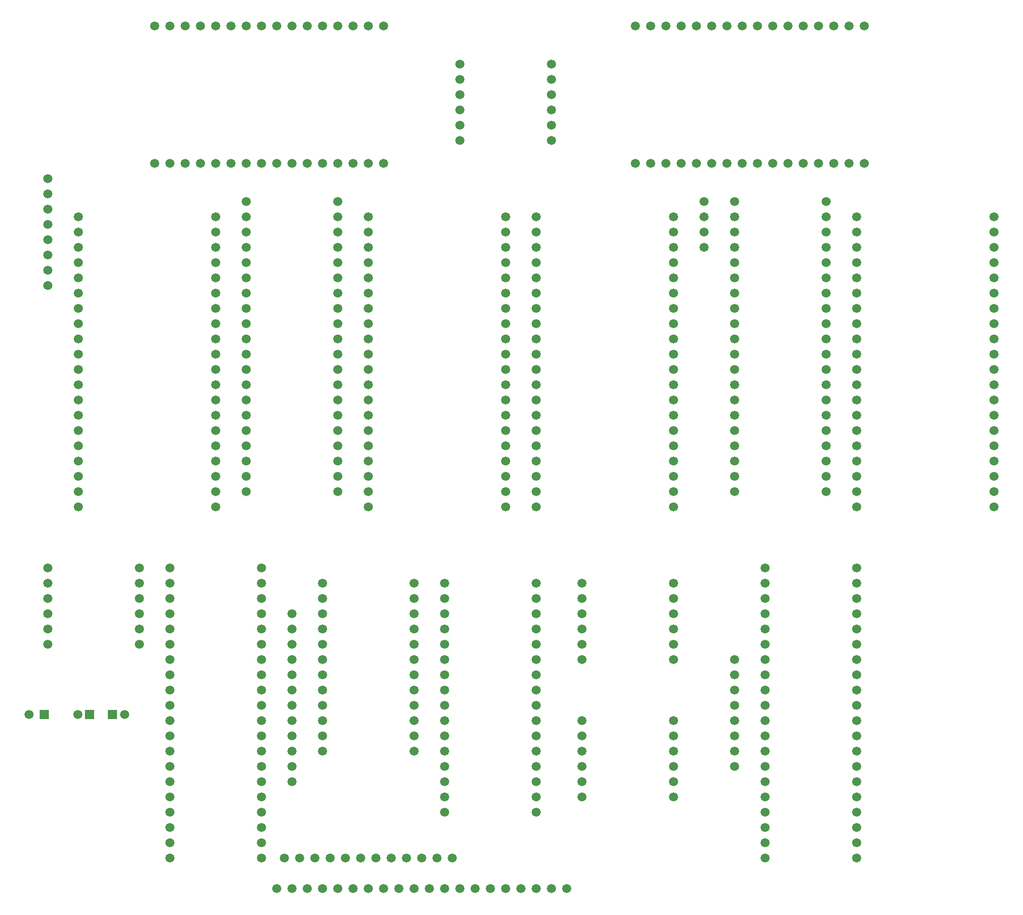
<source format=gbs>
%TF.GenerationSoftware,KiCad,Pcbnew,9.0.7-9.0.7~ubuntu24.04.1*%
%TF.CreationDate,2026-01-19T16:14:06+02:00*%
%TF.ProjectId,Coprocessor Board - Additional,436f7072-6f63-4657-9373-6f7220426f61,V0*%
%TF.SameCoordinates,Original*%
%TF.FileFunction,Soldermask,Bot*%
%TF.FilePolarity,Negative*%
%FSLAX46Y46*%
G04 Gerber Fmt 4.6, Leading zero omitted, Abs format (unit mm)*
G04 Created by KiCad (PCBNEW 9.0.7-9.0.7~ubuntu24.04.1) date 2026-01-19 16:14:06*
%MOMM*%
%LPD*%
G01*
G04 APERTURE LIST*
%ADD10C,1.500000*%
%ADD11R,1.500000X1.500000*%
G04 APERTURE END LIST*
D10*
%TO.C,B1*%
X127000000Y147320000D03*
X127000000Y144780000D03*
X127000000Y142240000D03*
X127000000Y139700000D03*
X127000000Y137160000D03*
X127000000Y134620000D03*
X111760000Y134620000D03*
X111760000Y137160000D03*
X111760000Y139700000D03*
X111760000Y142240000D03*
X111760000Y144780000D03*
X111760000Y147320000D03*
%TD*%
%TO.C,B29*%
X60960000Y153670000D03*
X63500000Y153670000D03*
X66040000Y153670000D03*
X68580000Y153670000D03*
X71120000Y153670000D03*
X73660000Y153670000D03*
X76200000Y153670000D03*
X78740000Y153670000D03*
X81280000Y153670000D03*
X83820000Y153670000D03*
X86360000Y153670000D03*
X88900000Y153670000D03*
X91440000Y153670000D03*
X93980000Y153670000D03*
X96520000Y153670000D03*
X99060000Y153670000D03*
X99060000Y130810000D03*
X96520000Y130810000D03*
X93980000Y130810000D03*
X91440000Y130810000D03*
X88900000Y130810000D03*
X86360000Y130810000D03*
X83820000Y130810000D03*
X81280000Y130810000D03*
X78740000Y130810000D03*
X76200000Y130810000D03*
X73660000Y130810000D03*
X71120000Y130810000D03*
X68580000Y130810000D03*
X66040000Y130810000D03*
X63500000Y130810000D03*
X60960000Y130810000D03*
%TD*%
%TO.C,B27*%
X91440000Y124460000D03*
X91440000Y121920000D03*
X91440000Y119380000D03*
X91440000Y116840000D03*
X91440000Y114300000D03*
X91440000Y111760000D03*
X91440000Y109220000D03*
X91440000Y106680000D03*
X91440000Y104140000D03*
X91440000Y101600000D03*
X91440000Y99060000D03*
X91440000Y96520000D03*
X91440000Y93980000D03*
X91440000Y91440000D03*
X91440000Y88900000D03*
X91440000Y86360000D03*
X91440000Y83820000D03*
X91440000Y81280000D03*
X91440000Y78740000D03*
X91440000Y76200000D03*
X76200000Y76200000D03*
X76200000Y78740000D03*
X76200000Y81280000D03*
X76200000Y83820000D03*
X76200000Y86360000D03*
X76200000Y88900000D03*
X76200000Y91440000D03*
X76200000Y93980000D03*
X76200000Y96520000D03*
X76200000Y99060000D03*
X76200000Y101600000D03*
X76200000Y104140000D03*
X76200000Y106680000D03*
X76200000Y109220000D03*
X76200000Y111760000D03*
X76200000Y114300000D03*
X76200000Y116840000D03*
X76200000Y119380000D03*
X76200000Y121920000D03*
X76200000Y124460000D03*
%TD*%
%TO.C,C4*%
X48133000Y39105000D03*
D11*
X50133000Y39105000D03*
%TD*%
D10*
%TO.C,B24*%
X71120000Y121920000D03*
X71120000Y119380000D03*
X71120000Y116840000D03*
X71120000Y114300000D03*
X71120000Y111760000D03*
X71120000Y109220000D03*
X71120000Y106680000D03*
X71120000Y104140000D03*
X71120000Y101600000D03*
X71120000Y99060000D03*
X71120000Y96520000D03*
X71120000Y93980000D03*
X71120000Y91440000D03*
X71120000Y88900000D03*
X71120000Y86360000D03*
X71120000Y83820000D03*
X71120000Y81280000D03*
X71120000Y78740000D03*
X71120000Y76200000D03*
X71120000Y73660000D03*
X48260000Y73660000D03*
X48260000Y76200000D03*
X48260000Y78740000D03*
X48260000Y81280000D03*
X48260000Y83820000D03*
X48260000Y86360000D03*
X48260000Y88900000D03*
X48260000Y91440000D03*
X48260000Y93980000D03*
X48260000Y96520000D03*
X48260000Y99060000D03*
X48260000Y101600000D03*
X48260000Y104140000D03*
X48260000Y106680000D03*
X48260000Y109220000D03*
X48260000Y111760000D03*
X48260000Y114300000D03*
X48260000Y116840000D03*
X48260000Y119380000D03*
X48260000Y121920000D03*
%TD*%
%TO.C,LED1*%
X40005000Y39116000D03*
D11*
X42545000Y39116000D03*
%TD*%
D10*
%TO.C,B36*%
X147320000Y60960000D03*
X147320000Y58420000D03*
X147320000Y55880000D03*
X147320000Y53340000D03*
X147320000Y50800000D03*
X147320000Y48260000D03*
X132080000Y48260000D03*
X132080000Y50800000D03*
X132080000Y53340000D03*
X132080000Y55880000D03*
X132080000Y58420000D03*
X132080000Y60960000D03*
%TD*%
%TO.C,B28*%
X119380000Y121920000D03*
X119380000Y119380000D03*
X119380000Y116840000D03*
X119380000Y114300000D03*
X119380000Y111760000D03*
X119380000Y109220000D03*
X119380000Y106680000D03*
X119380000Y104140000D03*
X119380000Y101600000D03*
X119380000Y99060000D03*
X119380000Y96520000D03*
X119380000Y93980000D03*
X119380000Y91440000D03*
X119380000Y88900000D03*
X119380000Y86360000D03*
X119380000Y83820000D03*
X119380000Y81280000D03*
X119380000Y78740000D03*
X119380000Y76200000D03*
X119380000Y73660000D03*
X96520000Y73660000D03*
X96520000Y76200000D03*
X96520000Y78740000D03*
X96520000Y81280000D03*
X96520000Y83820000D03*
X96520000Y86360000D03*
X96520000Y88900000D03*
X96520000Y91440000D03*
X96520000Y93980000D03*
X96520000Y96520000D03*
X96520000Y99060000D03*
X96520000Y101600000D03*
X96520000Y104140000D03*
X96520000Y106680000D03*
X96520000Y109220000D03*
X96520000Y111760000D03*
X96520000Y114300000D03*
X96520000Y116840000D03*
X96520000Y119380000D03*
X96520000Y121920000D03*
%TD*%
%TO.C,B22*%
X200660000Y121920000D03*
X200660000Y119380000D03*
X200660000Y116840000D03*
X200660000Y114300000D03*
X200660000Y111760000D03*
X200660000Y109220000D03*
X200660000Y106680000D03*
X200660000Y104140000D03*
X200660000Y101600000D03*
X200660000Y99060000D03*
X200660000Y96520000D03*
X200660000Y93980000D03*
X200660000Y91440000D03*
X200660000Y88900000D03*
X200660000Y86360000D03*
X200660000Y83820000D03*
X200660000Y81280000D03*
X200660000Y78740000D03*
X200660000Y76200000D03*
X200660000Y73660000D03*
X177800000Y73660000D03*
X177800000Y76200000D03*
X177800000Y78740000D03*
X177800000Y81280000D03*
X177800000Y83820000D03*
X177800000Y86360000D03*
X177800000Y88900000D03*
X177800000Y91440000D03*
X177800000Y93980000D03*
X177800000Y96520000D03*
X177800000Y99060000D03*
X177800000Y101600000D03*
X177800000Y104140000D03*
X177800000Y106680000D03*
X177800000Y109220000D03*
X177800000Y111760000D03*
X177800000Y114300000D03*
X177800000Y116840000D03*
X177800000Y119380000D03*
X177800000Y121920000D03*
%TD*%
%TO.C,C3*%
X55943000Y39105000D03*
D11*
X53943000Y39105000D03*
%TD*%
D10*
%TO.C,B26*%
X78740000Y63500000D03*
X78740000Y60960000D03*
X78740000Y58420000D03*
X78740000Y55880000D03*
X78740000Y53340000D03*
X78740000Y50800000D03*
X78740000Y48260000D03*
X78740000Y45720000D03*
X78740000Y43180000D03*
X78740000Y40640000D03*
X78740000Y38100000D03*
X78740000Y35560000D03*
X78740000Y33020000D03*
X78740000Y30480000D03*
X78740000Y27940000D03*
X78740000Y25400000D03*
X78740000Y22860000D03*
X78740000Y20320000D03*
X78740000Y17780000D03*
X78740000Y15240000D03*
X63500000Y15240000D03*
X63500000Y17780000D03*
X63500000Y20320000D03*
X63500000Y22860000D03*
X63500000Y25400000D03*
X63500000Y27940000D03*
X63500000Y30480000D03*
X63500000Y33020000D03*
X63500000Y35560000D03*
X63500000Y38100000D03*
X63500000Y40640000D03*
X63500000Y43180000D03*
X63500000Y45720000D03*
X63500000Y48260000D03*
X63500000Y50800000D03*
X63500000Y53340000D03*
X63500000Y55880000D03*
X63500000Y58420000D03*
X63500000Y60960000D03*
X63500000Y63500000D03*
%TD*%
%TO.C,B23*%
X140970000Y153670000D03*
X143510000Y153670000D03*
X146050000Y153670000D03*
X148590000Y153670000D03*
X151130000Y153670000D03*
X153670000Y153670000D03*
X156210000Y153670000D03*
X158750000Y153670000D03*
X161290000Y153670000D03*
X163830000Y153670000D03*
X166370000Y153670000D03*
X168910000Y153670000D03*
X171450000Y153670000D03*
X173990000Y153670000D03*
X176530000Y153670000D03*
X179070000Y153670000D03*
X179070000Y130810000D03*
X176530000Y130810000D03*
X173990000Y130810000D03*
X171450000Y130810000D03*
X168910000Y130810000D03*
X166370000Y130810000D03*
X163830000Y130810000D03*
X161290000Y130810000D03*
X158750000Y130810000D03*
X156210000Y130810000D03*
X153670000Y130810000D03*
X151130000Y130810000D03*
X148590000Y130810000D03*
X146050000Y130810000D03*
X143510000Y130810000D03*
X140970000Y130810000D03*
%TD*%
%TO.C,B20*%
X177800000Y63500000D03*
X177800000Y60960000D03*
X177800000Y58420000D03*
X177800000Y55880000D03*
X177800000Y53340000D03*
X177800000Y50800000D03*
X177800000Y48260000D03*
X177800000Y45720000D03*
X177800000Y43180000D03*
X177800000Y40640000D03*
X177800000Y38100000D03*
X177800000Y35560000D03*
X177800000Y33020000D03*
X177800000Y30480000D03*
X177800000Y27940000D03*
X177800000Y25400000D03*
X177800000Y22860000D03*
X177800000Y20320000D03*
X177800000Y17780000D03*
X177800000Y15240000D03*
X162560000Y15240000D03*
X162560000Y17780000D03*
X162560000Y20320000D03*
X162560000Y22860000D03*
X162560000Y25400000D03*
X162560000Y27940000D03*
X162560000Y30480000D03*
X162560000Y33020000D03*
X162560000Y35560000D03*
X162560000Y38100000D03*
X162560000Y40640000D03*
X162560000Y43180000D03*
X162560000Y45720000D03*
X162560000Y48260000D03*
X162560000Y50800000D03*
X162560000Y53340000D03*
X162560000Y55880000D03*
X162560000Y58420000D03*
X162560000Y60960000D03*
X162560000Y63500000D03*
%TD*%
%TO.C,B35*%
X104140000Y60960000D03*
X104140000Y58420000D03*
X104140000Y55880000D03*
X104140000Y53340000D03*
X104140000Y50800000D03*
X104140000Y48260000D03*
X104140000Y45720000D03*
X104140000Y43180000D03*
X104140000Y40640000D03*
X104140000Y38100000D03*
X104140000Y35560000D03*
X104140000Y33020000D03*
X88900000Y33020000D03*
X88900000Y35560000D03*
X88900000Y38100000D03*
X88900000Y40640000D03*
X88900000Y43180000D03*
X88900000Y45720000D03*
X88900000Y48260000D03*
X88900000Y50800000D03*
X88900000Y53340000D03*
X88900000Y55880000D03*
X88900000Y58420000D03*
X88900000Y60960000D03*
%TD*%
%TO.C,B21*%
X172720000Y124460000D03*
X172720000Y121920000D03*
X172720000Y119380000D03*
X172720000Y116840000D03*
X172720000Y114300000D03*
X172720000Y111760000D03*
X172720000Y109220000D03*
X172720000Y106680000D03*
X172720000Y104140000D03*
X172720000Y101600000D03*
X172720000Y99060000D03*
X172720000Y96520000D03*
X172720000Y93980000D03*
X172720000Y91440000D03*
X172720000Y88900000D03*
X172720000Y86360000D03*
X172720000Y83820000D03*
X172720000Y81280000D03*
X172720000Y78740000D03*
X172720000Y76200000D03*
X157480000Y76200000D03*
X157480000Y78740000D03*
X157480000Y81280000D03*
X157480000Y83820000D03*
X157480000Y86360000D03*
X157480000Y88900000D03*
X157480000Y91440000D03*
X157480000Y93980000D03*
X157480000Y96520000D03*
X157480000Y99060000D03*
X157480000Y101600000D03*
X157480000Y104140000D03*
X157480000Y106680000D03*
X157480000Y109220000D03*
X157480000Y111760000D03*
X157480000Y114300000D03*
X157480000Y116840000D03*
X157480000Y119380000D03*
X157480000Y121920000D03*
X157480000Y124460000D03*
%TD*%
%TO.C,B25*%
X147320000Y38100000D03*
X147320000Y35560000D03*
X147320000Y33020000D03*
X147320000Y30480000D03*
X147320000Y27940000D03*
X147320000Y25400000D03*
X132080000Y25400000D03*
X132080000Y27940000D03*
X132080000Y30480000D03*
X132080000Y33020000D03*
X132080000Y35560000D03*
X132080000Y38100000D03*
%TD*%
%TO.C,B30*%
X58420000Y63500000D03*
X58420000Y60960000D03*
X58420000Y58420000D03*
X58420000Y55880000D03*
X58420000Y53340000D03*
X58420000Y50800000D03*
X43180000Y50800000D03*
X43180000Y53340000D03*
X43180000Y55880000D03*
X43180000Y58420000D03*
X43180000Y60960000D03*
X43180000Y63500000D03*
%TD*%
%TO.C,B38*%
X124460000Y60960000D03*
X124460000Y58420000D03*
X124460000Y55880000D03*
X124460000Y53340000D03*
X124460000Y50800000D03*
X124460000Y48260000D03*
X124460000Y45720000D03*
X124460000Y43180000D03*
X124460000Y40640000D03*
X124460000Y38100000D03*
X124460000Y35560000D03*
X124460000Y33020000D03*
X124460000Y30480000D03*
X124460000Y27940000D03*
X124460000Y25400000D03*
X124460000Y22860000D03*
X109220000Y22860000D03*
X109220000Y25400000D03*
X109220000Y27940000D03*
X109220000Y30480000D03*
X109220000Y33020000D03*
X109220000Y35560000D03*
X109220000Y38100000D03*
X109220000Y40640000D03*
X109220000Y43180000D03*
X109220000Y45720000D03*
X109220000Y48260000D03*
X109220000Y50800000D03*
X109220000Y53340000D03*
X109220000Y55880000D03*
X109220000Y58420000D03*
X109220000Y60960000D03*
%TD*%
%TO.C,B18*%
X147320000Y121920000D03*
X147320000Y119380000D03*
X147320000Y116840000D03*
X147320000Y114300000D03*
X147320000Y111760000D03*
X147320000Y109220000D03*
X147320000Y106680000D03*
X147320000Y104140000D03*
X147320000Y101600000D03*
X147320000Y99060000D03*
X147320000Y96520000D03*
X147320000Y93980000D03*
X147320000Y91440000D03*
X147320000Y88900000D03*
X147320000Y86360000D03*
X147320000Y83820000D03*
X147320000Y81280000D03*
X147320000Y78740000D03*
X147320000Y76200000D03*
X147320000Y73660000D03*
X124460000Y73660000D03*
X124460000Y76200000D03*
X124460000Y78740000D03*
X124460000Y81280000D03*
X124460000Y83820000D03*
X124460000Y86360000D03*
X124460000Y88900000D03*
X124460000Y91440000D03*
X124460000Y93980000D03*
X124460000Y96520000D03*
X124460000Y99060000D03*
X124460000Y101600000D03*
X124460000Y104140000D03*
X124460000Y106680000D03*
X124460000Y109220000D03*
X124460000Y111760000D03*
X124460000Y114300000D03*
X124460000Y116840000D03*
X124460000Y119380000D03*
X124460000Y121920000D03*
%TD*%
%TO.C,J9*%
X157480000Y30480000D03*
X157480000Y33020000D03*
X157480000Y35560000D03*
X157480000Y38100000D03*
X157480000Y40640000D03*
X157480000Y43180000D03*
X157480000Y45720000D03*
X157480000Y48260000D03*
%TD*%
%TO.C,J8*%
X82550000Y15240000D03*
X85090000Y15240000D03*
X87630000Y15240000D03*
X90170000Y15240000D03*
X92710000Y15240000D03*
X95250000Y15240000D03*
X97790000Y15240000D03*
X100330000Y15240000D03*
X102870000Y15240000D03*
X105410000Y15240000D03*
X107950000Y15240000D03*
X110490000Y15240000D03*
%TD*%
%TO.C,J10*%
X83820000Y27940000D03*
X83820000Y30480000D03*
X83820000Y33020000D03*
X83820000Y35560000D03*
X83820000Y38100000D03*
X83820000Y40640000D03*
X83820000Y43180000D03*
X83820000Y45720000D03*
X83820000Y48260000D03*
X83820000Y50800000D03*
X83820000Y53340000D03*
X83820000Y55880000D03*
%TD*%
%TO.C,J11*%
X81280000Y10160000D03*
X83820000Y10160000D03*
X86360000Y10160000D03*
X88900000Y10160000D03*
X91440000Y10160000D03*
X93980000Y10160000D03*
X96520000Y10160000D03*
X99060000Y10160000D03*
X101600000Y10160000D03*
X104140000Y10160000D03*
X106680000Y10160000D03*
X109220000Y10160000D03*
X111760000Y10160000D03*
X114300000Y10160000D03*
X116840000Y10160000D03*
X119380000Y10160000D03*
X121920000Y10160000D03*
X124460000Y10160000D03*
X127000000Y10160000D03*
X129540000Y10160000D03*
%TD*%
%TO.C,J12*%
X152400000Y116840000D03*
X152400000Y119380000D03*
X152400000Y121920000D03*
X152400000Y124460000D03*
%TD*%
%TO.C,J13*%
X43180000Y110490000D03*
X43180000Y113030000D03*
X43180000Y115570000D03*
X43180000Y118110000D03*
X43180000Y120650000D03*
X43180000Y123190000D03*
X43180000Y125730000D03*
X43180000Y128270000D03*
%TD*%
M02*

</source>
